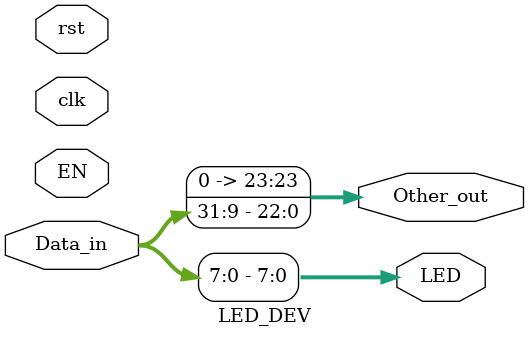
<source format=v>
`timescale 1ns / 1ps

module LED_DEV(clk, 
               Data_in, 
               EN, 
               rst, 
               LED, 
               Other_out);

    input clk;
    input [31:0] Data_in;
    input EN;
    input rst;
   output [7:0] LED;
   output [31:8] Other_out;
   
   assign LED[7:0] = Data_in[7:0];
	assign Other_out = Data_in[31:9];

endmodule

</source>
